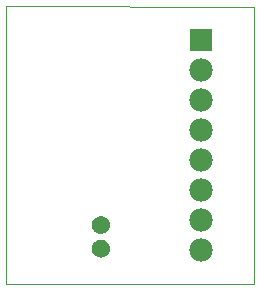
<source format=gbs>
G75*
G70*
%OFA0B0*%
%FSLAX24Y24*%
%IPPOS*%
%LPD*%
%AMOC8*
5,1,8,0,0,1.08239X$1,22.5*
%
%ADD10C,0.0000*%
%ADD11R,0.0780X0.0780*%
%ADD12C,0.0780*%
%ADD13C,0.0050*%
%ADD14C,0.0600*%
D10*
X000150Y000150D02*
X000150Y009402D01*
X008400Y009400D01*
X008400Y000150D01*
X000150Y000150D01*
D11*
X006650Y008294D03*
D12*
X006650Y007294D03*
X006650Y006294D03*
X006650Y005294D03*
X006650Y004294D03*
X006650Y003294D03*
X006650Y002294D03*
X006650Y001294D03*
D13*
X003560Y001332D02*
X003555Y001383D01*
X003540Y001431D01*
X003516Y001476D01*
X003483Y001515D01*
X003444Y001548D01*
X003399Y001572D01*
X003350Y001586D01*
X003300Y001591D01*
X003249Y001586D01*
X003200Y001571D01*
X003155Y001547D01*
X003116Y001515D01*
X003083Y001476D01*
X003059Y001431D01*
X003045Y001382D01*
X003040Y001331D01*
X003045Y001280D01*
X003059Y001232D01*
X003083Y001187D01*
X003116Y001147D01*
X003155Y001115D01*
X003200Y001091D01*
X003249Y001076D01*
X003300Y001071D01*
X003350Y001076D01*
X003399Y001091D01*
X003444Y001115D01*
X003484Y001148D01*
X003516Y001187D01*
X003540Y001232D01*
X003555Y001281D01*
X003560Y001332D01*
X003558Y001314D02*
X003041Y001314D01*
X003043Y001363D02*
X003557Y001363D01*
X003546Y001411D02*
X003053Y001411D01*
X003075Y001460D02*
X003525Y001460D01*
X003489Y001508D02*
X003110Y001508D01*
X003172Y001557D02*
X003427Y001557D01*
X003350Y001864D02*
X003300Y001859D01*
X003249Y001863D01*
X003200Y001878D01*
X003155Y001902D01*
X003116Y001935D01*
X003083Y001974D01*
X003059Y002019D01*
X003045Y002068D01*
X003040Y002119D01*
X003045Y002169D01*
X003059Y002218D01*
X003083Y002263D01*
X003116Y002302D01*
X003155Y002335D01*
X003200Y002359D01*
X003249Y002374D01*
X003300Y002379D01*
X003350Y002374D01*
X003399Y002359D01*
X003444Y002335D01*
X003483Y002303D01*
X003516Y002264D01*
X003540Y002219D01*
X003555Y002170D01*
X003560Y002119D01*
X003555Y002069D01*
X003540Y002020D01*
X003516Y001975D01*
X003484Y001935D01*
X003444Y001903D01*
X003399Y001879D01*
X003350Y001864D01*
X003432Y001896D02*
X003167Y001896D01*
X003108Y001945D02*
X003491Y001945D01*
X003526Y001993D02*
X003073Y001993D01*
X003053Y002042D02*
X003547Y002042D01*
X003557Y002090D02*
X003042Y002090D01*
X003042Y002139D02*
X003558Y002139D01*
X003549Y002187D02*
X003050Y002187D01*
X003069Y002236D02*
X003531Y002236D01*
X003499Y002284D02*
X003101Y002284D01*
X003153Y002333D02*
X003447Y002333D01*
X003550Y001266D02*
X003049Y001266D01*
X003067Y001217D02*
X003532Y001217D01*
X003501Y001169D02*
X003098Y001169D01*
X003149Y001120D02*
X003450Y001120D01*
X003304Y001072D02*
X003296Y001072D01*
D14*
X003300Y001331D03*
X003300Y002119D03*
M02*

</source>
